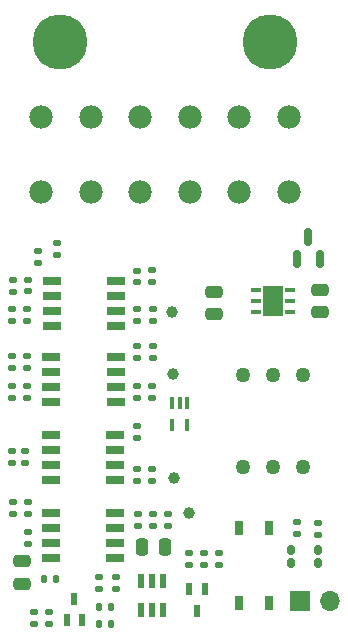
<source format=gbr>
%TF.GenerationSoftware,KiCad,Pcbnew,(6.0.8)*%
%TF.CreationDate,2023-11-13T19:04:35+01:00*%
%TF.ProjectId,BSPD-07,42535044-2d30-4372-9e6b-696361645f70,rev?*%
%TF.SameCoordinates,Original*%
%TF.FileFunction,Soldermask,Top*%
%TF.FilePolarity,Negative*%
%FSLAX46Y46*%
G04 Gerber Fmt 4.6, Leading zero omitted, Abs format (unit mm)*
G04 Created by KiCad (PCBNEW (6.0.8)) date 2023-11-13 19:04:35*
%MOMM*%
%LPD*%
G01*
G04 APERTURE LIST*
G04 Aperture macros list*
%AMRoundRect*
0 Rectangle with rounded corners*
0 $1 Rounding radius*
0 $2 $3 $4 $5 $6 $7 $8 $9 X,Y pos of 4 corners*
0 Add a 4 corners polygon primitive as box body*
4,1,4,$2,$3,$4,$5,$6,$7,$8,$9,$2,$3,0*
0 Add four circle primitives for the rounded corners*
1,1,$1+$1,$2,$3*
1,1,$1+$1,$4,$5*
1,1,$1+$1,$6,$7*
1,1,$1+$1,$8,$9*
0 Add four rect primitives between the rounded corners*
20,1,$1+$1,$2,$3,$4,$5,0*
20,1,$1+$1,$4,$5,$6,$7,0*
20,1,$1+$1,$6,$7,$8,$9,0*
20,1,$1+$1,$8,$9,$2,$3,0*%
G04 Aperture macros list end*
%ADD10RoundRect,0.135000X-0.185000X0.135000X-0.185000X-0.135000X0.185000X-0.135000X0.185000X0.135000X0*%
%ADD11RoundRect,0.140000X0.170000X-0.140000X0.170000X0.140000X-0.170000X0.140000X-0.170000X-0.140000X0*%
%ADD12C,1.000000*%
%ADD13RoundRect,0.135000X0.185000X-0.135000X0.185000X0.135000X-0.185000X0.135000X-0.185000X-0.135000X0*%
%ADD14RoundRect,0.250000X0.475000X-0.250000X0.475000X0.250000X-0.475000X0.250000X-0.475000X-0.250000X0*%
%ADD15RoundRect,0.147500X-0.172500X0.147500X-0.172500X-0.147500X0.172500X-0.147500X0.172500X0.147500X0*%
%ADD16C,1.269000*%
%ADD17R,1.528000X0.650000*%
%ADD18RoundRect,0.140000X0.140000X0.170000X-0.140000X0.170000X-0.140000X-0.170000X0.140000X-0.170000X0*%
%ADD19RoundRect,0.250000X-0.250000X-0.475000X0.250000X-0.475000X0.250000X0.475000X-0.250000X0.475000X0*%
%ADD20RoundRect,0.160000X0.160000X-0.222500X0.160000X0.222500X-0.160000X0.222500X-0.160000X-0.222500X0*%
%ADD21RoundRect,0.135000X0.135000X0.185000X-0.135000X0.185000X-0.135000X-0.185000X0.135000X-0.185000X0*%
%ADD22R,0.850000X0.300000*%
%ADD23R,1.700000X2.500000*%
%ADD24RoundRect,0.140000X-0.170000X0.140000X-0.170000X-0.140000X0.170000X-0.140000X0.170000X0.140000X0*%
%ADD25RoundRect,0.250000X-0.475000X0.250000X-0.475000X-0.250000X0.475000X-0.250000X0.475000X0.250000X0*%
%ADD26R,0.400000X1.050000*%
%ADD27R,0.800000X1.200000*%
%ADD28R,1.700000X1.700000*%
%ADD29O,1.700000X1.700000*%
%ADD30R,0.600000X1.300000*%
%ADD31R,0.500000X1.100000*%
%ADD32RoundRect,0.150000X0.150000X-0.587500X0.150000X0.587500X-0.150000X0.587500X-0.150000X-0.587500X0*%
%ADD33C,4.665000*%
%ADD34C,1.965000*%
G04 APERTURE END LIST*
D10*
%TO.C,R32*%
X154787600Y-102461600D03*
X154787600Y-103481600D03*
%TD*%
%TO.C,R31*%
X153212800Y-103172800D03*
X153212800Y-104192800D03*
%TD*%
D11*
%TO.C,C11*%
X152247600Y-113052800D03*
X152247600Y-112092800D03*
%TD*%
%TO.C,C10*%
X152298400Y-106601200D03*
X152298400Y-105641200D03*
%TD*%
D12*
%TO.C,TP2*%
X164642800Y-113588800D03*
%TD*%
D10*
%TO.C,R18*%
X152095200Y-120103900D03*
X152095200Y-121123900D03*
%TD*%
D13*
%TO.C,R23*%
X176911000Y-127193500D03*
X176911000Y-126173500D03*
%TD*%
%TO.C,R15*%
X152349200Y-128016000D03*
X152349200Y-126996000D03*
%TD*%
D14*
%TO.C,C5*%
X151841200Y-131328200D03*
X151841200Y-129428200D03*
%TD*%
D15*
%TO.C,D2*%
X150977600Y-114627800D03*
X150977600Y-115597800D03*
%TD*%
D13*
%TO.C,R4*%
X161550800Y-109120400D03*
X161550800Y-108100400D03*
%TD*%
D16*
%TO.C,RV1*%
X170561000Y-113715800D03*
X173101000Y-113715800D03*
X175641000Y-113715800D03*
%TD*%
D10*
%TO.C,R30*%
X161544000Y-121664000D03*
X161544000Y-122684000D03*
%TD*%
D17*
%TO.C,IC1*%
X154394800Y-105689400D03*
X154394800Y-106959400D03*
X154394800Y-108229400D03*
X154394800Y-109499400D03*
X159816800Y-109499400D03*
X159816800Y-108229400D03*
X159816800Y-106959400D03*
X159816800Y-105689400D03*
%TD*%
D18*
%TO.C,C4*%
X154658000Y-130937000D03*
X153698000Y-130937000D03*
%TD*%
D19*
%TO.C,C3*%
X161991000Y-128270000D03*
X163891000Y-128270000D03*
%TD*%
D13*
%TO.C,R29*%
X162864800Y-122684000D03*
X162864800Y-121664000D03*
%TD*%
%TO.C,R5*%
X152203600Y-115584700D03*
X152203600Y-114564700D03*
%TD*%
%TO.C,R12*%
X164211000Y-126494000D03*
X164211000Y-125474000D03*
%TD*%
%TO.C,R7*%
X162868800Y-109120400D03*
X162868800Y-108100400D03*
%TD*%
%TO.C,R20*%
X152806400Y-134751600D03*
X152806400Y-133731600D03*
%TD*%
D20*
%TO.C,D4*%
X174625000Y-129604500D03*
X174625000Y-128459500D03*
%TD*%
%TO.C,D3*%
X176911000Y-129604500D03*
X176911000Y-128459500D03*
%TD*%
D13*
%TO.C,R11*%
X161598800Y-126492000D03*
X161598800Y-125472000D03*
%TD*%
D21*
%TO.C,R21*%
X159387000Y-134747000D03*
X158367000Y-134747000D03*
%TD*%
D17*
%TO.C,IC2*%
X154311800Y-112189800D03*
X154311800Y-113459800D03*
X154311800Y-114729800D03*
X154311800Y-115999800D03*
X159733800Y-115999800D03*
X159733800Y-114729800D03*
X159733800Y-113459800D03*
X159733800Y-112189800D03*
%TD*%
D22*
%TO.C,IC4*%
X174548200Y-108366600D03*
X174548200Y-107416600D03*
X174548200Y-106466600D03*
X171648200Y-106466600D03*
X171648200Y-107416600D03*
X171648200Y-108366600D03*
D23*
X173098200Y-107416600D03*
%TD*%
D24*
%TO.C,C2*%
X161544000Y-111252600D03*
X161544000Y-112212600D03*
%TD*%
D15*
%TO.C,D1*%
X150981600Y-108098000D03*
X150981600Y-109068000D03*
%TD*%
D25*
%TO.C,C6*%
X177035200Y-106466600D03*
X177035200Y-108366600D03*
%TD*%
D13*
%TO.C,R9*%
X162820800Y-105818400D03*
X162820800Y-104798400D03*
%TD*%
D26*
%TO.C,IC5*%
X165804800Y-116042400D03*
X165154800Y-116042400D03*
X164504800Y-116042400D03*
X164504800Y-117942400D03*
X165804800Y-117942400D03*
%TD*%
D17*
%TO.C,IC6*%
X154286400Y-118795800D03*
X154286400Y-120065800D03*
X154286400Y-121335800D03*
X154286400Y-122605800D03*
X159708400Y-122605800D03*
X159708400Y-121335800D03*
X159708400Y-120065800D03*
X159708400Y-118795800D03*
%TD*%
%TO.C,IC3*%
X159708400Y-129157000D03*
X159708400Y-127887000D03*
X159708400Y-126617000D03*
X159708400Y-125347000D03*
X154286400Y-125347000D03*
X154286400Y-126617000D03*
X154286400Y-127887000D03*
X154286400Y-129157000D03*
%TD*%
D12*
%TO.C,TP1*%
X164515800Y-108356400D03*
%TD*%
D27*
%TO.C,U2*%
X170180000Y-132944000D03*
X172720000Y-132944000D03*
X172720000Y-126644000D03*
X170180000Y-126644000D03*
%TD*%
D13*
%TO.C,R26*%
X152349200Y-125434000D03*
X152349200Y-124414000D03*
%TD*%
%TO.C,R10*%
X162890200Y-112217200D03*
X162890200Y-111197200D03*
%TD*%
%TO.C,R27*%
X150977600Y-121109200D03*
X150977600Y-120089200D03*
%TD*%
D16*
%TO.C,RV2*%
X170561000Y-121500500D03*
X173101000Y-121500500D03*
X175641000Y-121500500D03*
%TD*%
D10*
%TO.C,R16*%
X159766000Y-130808000D03*
X159766000Y-131828000D03*
%TD*%
D12*
%TO.C,TP3*%
X165989000Y-125349000D03*
%TD*%
D21*
%TO.C,R14*%
X159387000Y-133350000D03*
X158367000Y-133350000D03*
%TD*%
D13*
%TO.C,R8*%
X162864800Y-115620800D03*
X162864800Y-114600800D03*
%TD*%
D25*
%TO.C,C7*%
X168097200Y-106608800D03*
X168097200Y-108508800D03*
%TD*%
D10*
%TO.C,R28*%
X167259000Y-128776000D03*
X167259000Y-129796000D03*
%TD*%
%TO.C,R2*%
X150977600Y-112062800D03*
X150977600Y-113082800D03*
%TD*%
D13*
%TO.C,R19*%
X165989000Y-129796000D03*
X165989000Y-128776000D03*
%TD*%
%TO.C,R3*%
X152200800Y-109118400D03*
X152200800Y-108098400D03*
%TD*%
%TO.C,R22*%
X168529000Y-129796000D03*
X168529000Y-128776000D03*
%TD*%
D28*
%TO.C,JP1*%
X175382000Y-132842000D03*
D29*
X177922000Y-132842000D03*
%TD*%
D10*
%TO.C,R25*%
X151079200Y-124414000D03*
X151079200Y-125434000D03*
%TD*%
%TO.C,R1*%
X151028400Y-105611200D03*
X151028400Y-106631200D03*
%TD*%
D12*
%TO.C,TP4*%
X164719000Y-122428000D03*
%TD*%
D13*
%TO.C,R24*%
X175133000Y-127129000D03*
X175133000Y-126109000D03*
%TD*%
%TO.C,R6*%
X161594800Y-115620800D03*
X161594800Y-114600800D03*
%TD*%
D24*
%TO.C,C1*%
X161550800Y-104828400D03*
X161550800Y-105788400D03*
%TD*%
D30*
%TO.C,Q1*%
X163764000Y-131134000D03*
X162814000Y-131134000D03*
X161864000Y-131134000D03*
X161864000Y-133534000D03*
X162814000Y-133534000D03*
X163764000Y-133534000D03*
%TD*%
D31*
%TO.C,Q3*%
X167274000Y-131815000D03*
X165974000Y-131815000D03*
X166624000Y-133615000D03*
%TD*%
D32*
%TO.C,Q4*%
X175120000Y-103832900D03*
X177020000Y-103832900D03*
X176070000Y-101957900D03*
%TD*%
D13*
%TO.C,R13*%
X162868800Y-126492000D03*
X162868800Y-125472000D03*
%TD*%
D24*
%TO.C,C8*%
X154127200Y-133761600D03*
X154127200Y-134721600D03*
%TD*%
D10*
%TO.C,R17*%
X158369000Y-130801200D03*
X158369000Y-131821200D03*
%TD*%
D31*
%TO.C,Q2*%
X155610800Y-134416800D03*
X156910800Y-134416800D03*
X156260800Y-132616800D03*
%TD*%
D24*
%TO.C,C9*%
X161544000Y-118011000D03*
X161544000Y-118971000D03*
%TD*%
D33*
%TO.C,J1*%
X155033800Y-85496400D03*
X172813800Y-85496400D03*
D34*
X174403800Y-91846400D03*
X170213800Y-91846400D03*
X166023800Y-91846400D03*
X161833800Y-91846400D03*
X157643800Y-91846400D03*
X153453800Y-91846400D03*
X153453800Y-98196400D03*
X157643800Y-98196400D03*
X161833800Y-98196400D03*
X166023800Y-98196400D03*
X170213800Y-98196400D03*
X174403800Y-98196400D03*
%TD*%
M02*

</source>
